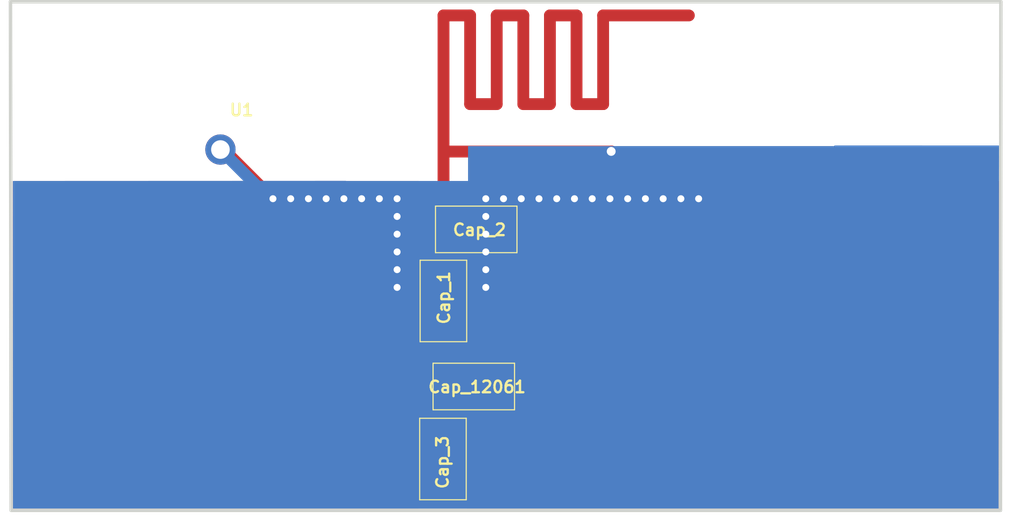
<source format=kicad_pcb>
(kicad_pcb (version 20171130) (host pcbnew 5.1.2-f72e74a~84~ubuntu18.04.1)

  (general
    (thickness 1.6)
    (drawings 9)
    (tracks 66)
    (zones 0)
    (modules 5)
    (nets 6)
  )

  (page A4)
  (layers
    (0 F.Cu signal)
    (31 B.Cu signal)
    (32 B.Adhes user)
    (33 F.Adhes user)
    (34 B.Paste user)
    (35 F.Paste user)
    (36 B.SilkS user)
    (37 F.SilkS user)
    (38 B.Mask user)
    (39 F.Mask user)
    (40 Dwgs.User user)
    (41 Cmts.User user)
    (42 Eco1.User user)
    (43 Eco2.User user)
    (44 Edge.Cuts user)
    (45 Margin user)
    (46 B.CrtYd user)
    (47 F.CrtYd user)
    (48 B.Fab user)
    (49 F.Fab user)
  )

  (setup
    (last_trace_width 0.508)
    (trace_clearance 0.2)
    (zone_clearance 0)
    (zone_45_only no)
    (trace_min 0.508)
    (via_size 0.4)
    (via_drill 0.3)
    (via_min_size 0.4)
    (via_min_drill 0.3)
    (uvia_size 0.2)
    (uvia_drill 0.1)
    (uvias_allowed no)
    (uvia_min_size 0.2)
    (uvia_min_drill 0.1)
    (edge_width 0)
    (segment_width 0.2)
    (pcb_text_width 0.3)
    (pcb_text_size 1.5 1.5)
    (mod_edge_width 0.12)
    (mod_text_size 1 1)
    (mod_text_width 0.15)
    (pad_size 0.8 1.75)
    (pad_drill 0)
    (pad_to_mask_clearance 0.051)
    (solder_mask_min_width 0.25)
    (aux_axis_origin 0 0)
    (grid_origin 59.52491 49.022)
    (visible_elements FFFFFF7F)
    (pcbplotparams
      (layerselection 0x010fc_ffffffff)
      (usegerberextensions false)
      (usegerberattributes false)
      (usegerberadvancedattributes false)
      (creategerberjobfile false)
      (excludeedgelayer true)
      (linewidth 0.100000)
      (plotframeref false)
      (viasonmask false)
      (mode 1)
      (useauxorigin false)
      (hpglpennumber 1)
      (hpglpenspeed 20)
      (hpglpendiameter 15.000000)
      (psnegative false)
      (psa4output false)
      (plotreference true)
      (plotvalue true)
      (plotinvisibletext false)
      (padsonsilk false)
      (subtractmaskfromsilk false)
      (outputformat 1)
      (mirror false)
      (drillshape 1)
      (scaleselection 1)
      (outputdirectory ""))
  )

  (net 0 "")
  (net 1 GND)
  (net 2 "Net-(Cap_1-Pad2)")
  (net 3 "Net-(Cap_1-Pad1)")
  (net 4 "Net-(Cap_3-Pad2)")
  (net 5 "Net-(Cap_3-Pad1)")

  (net_class Default "This is the default net class."
    (clearance 0.2)
    (trace_width 0.508)
    (via_dia 0.4)
    (via_drill 0.3)
    (uvia_dia 0.2)
    (uvia_drill 0.1)
    (diff_pair_width 0.6)
    (diff_pair_gap 0.25)
    (add_net GND)
    (add_net "Net-(Cap_1-Pad1)")
    (add_net "Net-(Cap_1-Pad2)")
    (add_net "Net-(Cap_3-Pad1)")
    (add_net "Net-(Cap_3-Pad2)")
  )

  (module Capacitors_smd:1206_cap_smd (layer F.Cu) (tedit 5CC074DB) (tstamp 5D3199C2)
    (at 60.55491 60.967 270)
    (path /5D31B50D)
    (fp_text reference Cap_3 (at 0.14 0.02 90) (layer F.SilkS)
      (effects (font (size 0.5 0.5) (thickness 0.1)))
    )
    (fp_text value 1206_cap_smd (at 0.245 -2.14 90) (layer F.Fab)
      (effects (font (size 0.5 0.5) (thickness 0.1)))
    )
    (fp_line (start -1.75 1) (end -1.75 -1) (layer F.SilkS) (width 0.05))
    (fp_line (start 1.75 1) (end -1.75 1) (layer F.SilkS) (width 0.05))
    (fp_line (start 1.75 -1) (end 1.75 1) (layer F.SilkS) (width 0.05))
    (fp_line (start -1.75 -1) (end 1.75 -1) (layer F.SilkS) (width 0.05))
    (pad 2 smd rect (at 1.275 0 270) (size 0.8 1.75) (layers F.Cu F.Paste F.Mask)
      (net 4 "Net-(Cap_3-Pad2)"))
    (pad 1 smd rect (at -1.275 0 270) (size 0.8 1.75) (layers F.Cu F.Paste F.Mask)
      (net 5 "Net-(Cap_3-Pad1)"))
  )

  (module Capacitors_smd:1206_cap_smd (layer F.Cu) (tedit 5D30939E) (tstamp 5D3090F5)
    (at 61.87991 57.852)
    (path /5D309105)
    (fp_text reference Cap_12061 (at 0.14 0.02) (layer F.SilkS)
      (effects (font (size 0.5 0.5) (thickness 0.1)))
    )
    (fp_text value 1206_cap_smd (at 4.67 -0.28) (layer F.Fab)
      (effects (font (size 0.5 0.5) (thickness 0.1)))
    )
    (fp_line (start -1.75 1) (end -1.75 -1) (layer F.SilkS) (width 0.05))
    (fp_line (start 1.75 1) (end -1.75 1) (layer F.SilkS) (width 0.05))
    (fp_line (start 1.75 -1) (end 1.75 1) (layer F.SilkS) (width 0.05))
    (fp_line (start -1.75 -1) (end 1.75 -1) (layer F.SilkS) (width 0.05))
    (pad 2 smd rect (at 1.275 0) (size 0.8 1.75) (layers F.Cu F.Paste F.Mask)
      (net 1 GND) (zone_connect 2))
    (pad 1 smd rect (at -1.275 0) (size 0.8 1.75) (layers F.Cu F.Paste F.Mask)
      (net 1 GND))
  )

  (module Capacitors_smd:1206_cap_smd (layer F.Cu) (tedit 5D31925D) (tstamp 5D3192DC)
    (at 61.98491 51.102)
    (path /5D31954A)
    (zone_connect 2)
    (fp_text reference Cap_2 (at 0.14 0.02) (layer F.SilkS)
      (effects (font (size 0.5 0.5) (thickness 0.1)))
    )
    (fp_text value 1206_cap_smd (at 0.36 -2.58) (layer F.Fab)
      (effects (font (size 0.5 0.5) (thickness 0.1)))
    )
    (fp_line (start -1.75 1) (end -1.75 -1) (layer F.SilkS) (width 0.05))
    (fp_line (start 1.75 1) (end -1.75 1) (layer F.SilkS) (width 0.05))
    (fp_line (start 1.75 -1) (end 1.75 1) (layer F.SilkS) (width 0.05))
    (fp_line (start -1.75 -1) (end 1.75 -1) (layer F.SilkS) (width 0.05))
    (pad 2 smd rect (at 1.275 0) (size 0.8 1.75) (layers F.Cu F.Paste F.Mask)
      (net 1 GND) (zone_connect 2))
    (pad 1 smd rect (at -1.275 0) (size 0.8 1.75) (layers F.Cu F.Paste F.Mask)
      (net 1 GND) (zone_connect 2))
  )

  (module Capacitors_smd:1206_cap_smd (layer F.Cu) (tedit 5CC074DB) (tstamp 5D30913A)
    (at 60.57491 54.177 90)
    (path /5D309A4C)
    (fp_text reference Cap_1 (at 0.14 0.02 90) (layer F.SilkS)
      (effects (font (size 0.5 0.5) (thickness 0.1)))
    )
    (fp_text value 1206_cap_smd (at -0.16 3.74 180) (layer F.Fab)
      (effects (font (size 0.5 0.5) (thickness 0.1)))
    )
    (fp_line (start -1.75 1) (end -1.75 -1) (layer F.SilkS) (width 0.05))
    (fp_line (start 1.75 1) (end -1.75 1) (layer F.SilkS) (width 0.05))
    (fp_line (start 1.75 -1) (end 1.75 1) (layer F.SilkS) (width 0.05))
    (fp_line (start -1.75 -1) (end 1.75 -1) (layer F.SilkS) (width 0.05))
    (pad 2 smd rect (at 1.275 0 90) (size 0.8 1.75) (layers F.Cu F.Paste F.Mask)
      (net 2 "Net-(Cap_1-Pad2)"))
    (pad 1 smd rect (at -1.275 0 90) (size 0.8 1.75) (layers F.Cu F.Paste F.Mask)
      (net 3 "Net-(Cap_1-Pad1)"))
  )

  (module ICs:Ο (layer F.Cu) (tedit 5CDFF879) (tstamp 5D3082D1)
    (at 51.05491 47.622)
    (path /5D308502)
    (fp_text reference U1 (at 0.85 -1.648) (layer F.SilkS)
      (effects (font (size 0.5 0.5) (thickness 0.1)))
    )
    (fp_text value O (at -0.29 -1.648) (layer F.Fab)
      (effects (font (size 0.5 0.5) (thickness 0.1)))
    )
    (pad 1 thru_hole circle (at -0.06 0.05) (size 1.3 1.3) (drill 0.8) (layers *.Cu *.Mask)
      (net 1 GND))
  )

  (gr_line (start 42.00491 63.172) (end 41.97491 41.322) (layer Edge.Cuts) (width 0.15) (tstamp 5D319A9C))
  (gr_line (start 84.50491 63.172) (end 42.00491 63.172) (layer Edge.Cuts) (width 0.15))
  (gr_line (start 84.52491 41.322) (end 84.50491 63.172) (layer Edge.Cuts) (width 0.15))
  (gr_line (start 41.97491 41.322) (end 84.52491 41.322) (layer Edge.Cuts) (width 0.15))
  (gr_poly (pts (xy 61.31991 52.693) (xy 59.8303 50.044) (xy 59.82991 52.691)) (layer F.Cu) (width 0))
  (gr_poly (pts (xy 61.3303 50.044) (xy 59.8303 50.044) (xy 61.31991 52.693)) (layer F.Cu) (width 0))
  (gr_circle (center 60.589 49.028) (end 60.589 49.038) (layer F.Fab) (width 0.01))
  (gr_text "60.579, 49.022" (at 59.981 48.968) (layer F.Fab)
    (effects (font (size 0.05 0.05) (thickness 0.01)))
  )
  (gr_poly (pts (xy 60.321 49.028) (xy 59.8317 50.044) (xy 61.3303 50.044) (xy 60.841 49.028)) (layer F.Cu) (width 0))

  (segment (start 60.613 47.758) (end 67.8012 47.758) (width 0.508) (layer F.Cu) (net 1))
  (segment (start 67.8012 47.758) (end 67.8012 47.758) (width 0.508) (layer F.Cu) (net 1) (tstamp 5D307AA9))
  (via (at 62.3951 49.784) (size 0.4) (drill 0.3) (layers F.Cu B.Cu) (net 1))
  (via (at 63.9191 49.784) (size 0.4) (drill 0.3) (layers F.Cu B.Cu) (net 1))
  (via (at 63.1571 49.784) (size 0.4) (drill 0.3) (layers F.Cu B.Cu) (net 1))
  (via (at 64.6811 49.784) (size 0.4) (drill 0.3) (layers F.Cu B.Cu) (net 1))
  (via (at 65.4431 49.784) (size 0.4) (drill 0.3) (layers F.Cu B.Cu) (net 1))
  (via (at 66.2051 49.784) (size 0.4) (drill 0.3) (layers F.Cu B.Cu) (net 1))
  (via (at 66.9671 49.784) (size 0.4) (drill 0.3) (layers F.Cu B.Cu) (net 1))
  (via (at 67.7291 49.784) (size 0.4) (drill 0.3) (layers F.Cu B.Cu) (net 1))
  (via (at 68.4911 49.784) (size 0.4) (drill 0.3) (layers F.Cu B.Cu) (net 1))
  (via (at 69.2531 49.784) (size 0.4) (drill 0.3) (layers F.Cu B.Cu) (net 1))
  (via (at 70.0151 49.784) (size 0.4) (drill 0.3) (layers F.Cu B.Cu) (net 1))
  (via (at 70.7771 49.784) (size 0.4) (drill 0.3) (layers F.Cu B.Cu) (net 1))
  (via (at 71.5391 49.784) (size 0.4) (drill 0.3) (layers F.Cu B.Cu) (net 1))
  (via (at 62.3951 50.546) (size 0.4) (drill 0.3) (layers F.Cu B.Cu) (net 1))
  (via (at 62.3951 51.308) (size 0.4) (drill 0.3) (layers F.Cu B.Cu) (net 1))
  (via (at 62.3951 52.07) (size 0.4) (drill 0.3) (layers F.Cu B.Cu) (net 1))
  (via (at 62.3951 52.832) (size 0.4) (drill 0.3) (layers F.Cu B.Cu) (net 1))
  (via (at 62.3951 53.594) (size 0.4) (drill 0.3) (layers F.Cu B.Cu) (net 1))
  (via (at 58.5851 49.784) (size 0.4) (drill 0.3) (layers F.Cu B.Cu) (net 1))
  (via (at 58.5851 50.546) (size 0.4) (drill 0.3) (layers F.Cu B.Cu) (net 1))
  (via (at 58.5851 51.308) (size 0.4) (drill 0.3) (layers F.Cu B.Cu) (net 1))
  (via (at 58.5851 52.07) (size 0.4) (drill 0.3) (layers F.Cu B.Cu) (net 1))
  (via (at 58.5851 52.832) (size 0.4) (drill 0.3) (layers F.Cu B.Cu) (net 1))
  (via (at 58.5851 53.594) (size 0.4) (drill 0.3) (layers F.Cu B.Cu) (net 1))
  (via (at 57.8231 49.784) (size 0.4) (drill 0.3) (layers F.Cu B.Cu) (net 1))
  (via (at 57.0611 49.784) (size 0.4) (drill 0.3) (layers F.Cu B.Cu) (net 1))
  (via (at 56.2991 49.784) (size 0.4) (drill 0.3) (layers F.Cu B.Cu) (net 1))
  (via (at 55.5371 49.784) (size 0.4) (drill 0.3) (layers F.Cu B.Cu) (net 1))
  (via (at 54.7751 49.784) (size 0.4) (drill 0.3) (layers F.Cu B.Cu) (net 1))
  (via (at 54.0131 49.784) (size 0.4) (drill 0.3) (layers F.Cu B.Cu) (net 1))
  (via (at 53.2511 49.784) (size 0.4) (drill 0.3) (layers F.Cu B.Cu) (net 1))
  (via (at 67.7831 47.752) (size 0.4) (drill 0.381) (layers F.Cu B.Cu) (net 1))
  (segment (start 60.579 41.91) (end 60.579 49.1027) (width 0.508) (layer F.Cu) (net 1))
  (segment (start 61.722 45.72) (end 61.722 41.91) (width 0.508) (layer F.Cu) (net 1))
  (segment (start 62.865 45.72) (end 61.722 45.72) (width 0.508) (layer F.Cu) (net 1))
  (segment (start 62.865 41.91) (end 62.865 45.72) (width 0.508) (layer F.Cu) (net 1))
  (segment (start 64.008 41.91) (end 62.865 41.91) (width 0.508) (layer F.Cu) (net 1))
  (segment (start 64.008 45.72) (end 64.008 41.91) (width 0.508) (layer F.Cu) (net 1))
  (segment (start 67.437 41.91) (end 67.437 45.72) (width 0.508) (layer F.Cu) (net 1))
  (segment (start 60.579 49.1027) (end 60.6003 49.124) (width 0.508) (layer F.Cu) (net 1))
  (segment (start 65.151 41.91) (end 65.151 45.72) (width 0.508) (layer F.Cu) (net 1))
  (segment (start 71.12 41.91) (end 67.437 41.91) (width 0.508) (layer F.Cu) (net 1))
  (segment (start 66.294 45.72) (end 66.294 41.91) (width 0.508) (layer F.Cu) (net 1))
  (segment (start 61.722 41.91) (end 60.579 41.91) (width 0.508) (layer F.Cu) (net 1))
  (segment (start 67.437 45.72) (end 66.294 45.72) (width 0.508) (layer F.Cu) (net 1))
  (segment (start 65.151 45.72) (end 64.008 45.72) (width 0.508) (layer F.Cu) (net 1))
  (segment (start 66.294 41.91) (end 65.151 41.91) (width 0.508) (layer F.Cu) (net 1))
  (segment (start 53.2511 49.784) (end 54.0131 49.784) (width 0.508) (layer F.Cu) (net 1))
  (segment (start 54.7751 49.784) (end 54.0131 49.784) (width 0.508) (layer F.Cu) (net 1))
  (segment (start 54.7751 49.784) (end 58.5851 49.784) (width 0.508) (layer F.Cu) (net 1))
  (segment (start 58.5851 49.784) (end 58.5851 53.594) (width 0.508) (layer F.Cu) (net 1))
  (segment (start 71.5391 49.784) (end 62.3951 49.784) (width 0.508) (layer B.Cu) (net 1))
  (segment (start 62.3951 49.784) (end 62.3951 53.594) (width 0.508) (layer B.Cu) (net 1))
  (segment (start 53.2511 50.55581) (end 51.71491 52.092) (width 0.508) (layer F.Cu) (net 1))
  (segment (start 53.2511 49.784) (end 53.2511 50.55581) (width 0.508) (layer F.Cu) (net 1))
  (segment (start 50.99491 47.672) (end 51.1391 47.672) (width 0.508) (layer F.Cu) (net 1))
  (segment (start 51.1391 47.672) (end 53.2511 49.784) (width 0.508) (layer F.Cu) (net 1))
  (segment (start 62.6451 53.082) (end 62.3951 52.832) (width 0.508) (layer F.Cu) (net 1))
  (segment (start 63.21991 53.082) (end 62.6451 53.082) (width 0.508) (layer F.Cu) (net 1))
  (segment (start 62.3951 52.832) (end 58.5851 52.832) (width 0.508) (layer B.Cu) (net 1))
  (segment (start 56.15491 52.832) (end 50.99491 47.672) (width 0.508) (layer B.Cu) (net 1))
  (segment (start 58.5851 52.832) (end 56.15491 52.832) (width 0.508) (layer B.Cu) (net 1))
  (segment (start 62.6011 51.102) (end 62.3951 51.308) (width 0.508) (layer F.Cu) (net 1))
  (segment (start 63.25991 51.102) (end 62.6011 51.102) (width 0.508) (layer F.Cu) (net 1))

  (zone (net 0) (net_name "") (layers F&B.Cu) (tstamp 0) (hatch full 0.508)
    (connect_pads (clearance 0.508))
    (min_thickness 0)
    (keepout (tracks not_allowed) (vias not_allowed) (copperpour not_allowed))
    (fill (arc_segments 32) (thermal_gap 0.508) (thermal_bridge_width 0.508))
    (polygon
      (pts
        (xy 77.3684 47.5234) (xy 61.6331 47.5234) (xy 61.6331 49.022) (xy 56.388 49.022) (xy 56.43471 41.472)
        (xy 77.41511 41.472)
      )
    )
  )
  (zone (net 1) (net_name GND) (layer B.Cu) (tstamp 5D308445) (hatch edge 0.508)
    (priority 2)
    (connect_pads no (clearance 0))
    (min_thickness 0.0254)
    (fill yes (arc_segments 32) (thermal_gap 0) (thermal_bridge_width 0.0255) (smoothing chamfer))
    (polygon
      (pts
        (xy 85.52491 47.498) (xy 85.52491 49.014) (xy 85.52491 63.515) (xy 41.52491 63.485) (xy 41.52491 49.022)
        (xy 61.6303 49.014) (xy 61.6303 47.494)
      )
    )
    (filled_polygon
      (pts
        (xy 84.430181 47.510517) (xy 84.417283 63.0843) (xy 42.09261 63.0843) (xy 42.09261 49.034474) (xy 56.377298 49.02879)
        (xy 56.37744 49.029056) (xy 56.37902 49.03098) (xy 56.380944 49.03256) (xy 56.38314 49.033733) (xy 56.385522 49.034456)
        (xy 56.388 49.0347) (xy 61.6331 49.0347) (xy 61.635578 49.034456) (xy 61.63796 49.033733) (xy 61.640156 49.03256)
        (xy 61.64208 49.03098) (xy 61.64366 49.029056) (xy 61.644833 49.02686) (xy 61.645556 49.024478) (xy 61.6458 49.022)
        (xy 61.6458 47.5361) (xy 77.3684 47.5361) (xy 77.370878 47.535856) (xy 77.37326 47.535133) (xy 77.375456 47.53396)
        (xy 77.37738 47.53238) (xy 77.37896 47.530456) (xy 77.380133 47.52826) (xy 77.380856 47.525878) (xy 77.3811 47.5234)
        (xy 77.3811 47.509337)
      )
    )
  )
  (zone (net 1) (net_name GND) (layer F.Cu) (tstamp 5D308442) (hatch edge 0.508)
    (connect_pads no (clearance 0))
    (min_thickness 0.0254)
    (fill yes (arc_segments 32) (thermal_gap 0) (thermal_bridge_width 0.0255) (smoothing chamfer))
    (polygon
      (pts
        (xy 61.6331 49.022) (xy 85.52491 49.022) (xy 85.52491 64.022) (xy 61.57291 64.022)
      )
    )
    (filled_polygon
      (pts
        (xy 84.417283 63.0843) (xy 61.589373 63.0843) (xy 61.590588 62.781494) (xy 61.607619 62.760741) (xy 61.62737 62.723791)
        (xy 61.639532 62.683696) (xy 61.643639 62.642) (xy 61.643639 61.842) (xy 61.639532 61.800304) (xy 61.62737 61.760209)
        (xy 61.607619 61.723259) (xy 61.594896 61.707756) (xy 61.60087 60.218964) (xy 61.607619 60.210741) (xy 61.62737 60.173791)
        (xy 61.639532 60.133696) (xy 61.643639 60.092) (xy 61.643639 59.292) (xy 61.639532 59.250304) (xy 61.62737 59.210209)
        (xy 61.607619 59.173259) (xy 61.605079 59.170164) (xy 61.617869 55.982621) (xy 61.627619 55.970741) (xy 61.64737 55.933791)
        (xy 61.659532 55.893696) (xy 61.663639 55.852) (xy 61.663639 55.052) (xy 61.659532 55.010304) (xy 61.64737 54.970209)
        (xy 61.627619 54.933259) (xy 61.622107 54.926543) (xy 61.628153 53.419741) (xy 61.64737 53.383791) (xy 61.659532 53.343696)
        (xy 61.663639 53.302) (xy 61.663639 52.502) (xy 61.659532 52.460304) (xy 61.64737 52.420209) (xy 61.632277 52.391974)
        (xy 61.645749 49.0347) (xy 84.428918 49.0347)
      )
    )
  )
  (zone (net 1) (net_name GND) (layer F.Cu) (tstamp 5D30843F) (hatch edge 0.508)
    (priority 4)
    (connect_pads no (clearance 0))
    (min_thickness 0.0254)
    (fill yes (arc_segments 32) (thermal_gap 0) (thermal_bridge_width 0.0255))
    (polygon
      (pts
        (xy 59.52491 49.022) (xy 59.52491 64.022) (xy 41.52491 64.022) (xy 41.52491 49.022)
      )
    )
    (filled_polygon
      (pts
        (xy 59.51221 52.40195) (xy 59.50245 52.420209) (xy 59.490288 52.460304) (xy 59.486181 52.502) (xy 59.486181 53.302)
        (xy 59.490288 53.343696) (xy 59.50245 53.383791) (xy 59.51221 53.40205) (xy 59.51221 54.95195) (xy 59.50245 54.970209)
        (xy 59.490288 55.010304) (xy 59.486181 55.052) (xy 59.486181 55.852) (xy 59.490288 55.893696) (xy 59.50245 55.933791)
        (xy 59.51221 55.95205) (xy 59.51221 59.161063) (xy 59.502201 59.173259) (xy 59.48245 59.210209) (xy 59.470288 59.250304)
        (xy 59.466181 59.292) (xy 59.466181 60.092) (xy 59.470288 60.133696) (xy 59.48245 60.173791) (xy 59.502201 60.210741)
        (xy 59.51221 60.222937) (xy 59.51221 61.711063) (xy 59.502201 61.723259) (xy 59.48245 61.760209) (xy 59.470288 61.800304)
        (xy 59.466181 61.842) (xy 59.466181 62.642) (xy 59.470288 62.683696) (xy 59.48245 62.723791) (xy 59.502201 62.760741)
        (xy 59.51221 62.772937) (xy 59.51221 63.0843) (xy 42.09261 63.0843) (xy 42.09261 49.0347) (xy 59.51221 49.0347)
      )
    )
  )
  (zone (net 0) (net_name "") (layer F.Paste) (tstamp 0) (hatch edge 0.508)
    (connect_pads (clearance 0))
    (min_thickness 0)
    (fill yes (arc_segments 32) (thermal_gap 0.508) (thermal_bridge_width 0.508))
    (polygon
      (pts
        (xy 59.35491 55.642) (xy 61.71491 55.642) (xy 61.71491 57.292) (xy 59.35491 57.292)
      )
    )
    (filled_polygon
      (pts
        (xy 61.71491 57.292) (xy 59.35491 57.292) (xy 59.35491 55.642) (xy 61.71491 55.642)
      )
    )
  )
  (zone (net 0) (net_name "") (layer F.Paste) (tstamp 5D335AE3) (hatch edge 0.508)
    (connect_pads (clearance 0))
    (min_thickness 0)
    (fill yes (arc_segments 32) (thermal_gap 0.508) (thermal_bridge_width 0.508))
    (polygon
      (pts
        (xy 59.42491 58.302) (xy 61.78491 58.302) (xy 61.78491 59.952) (xy 59.42491 59.952)
      )
    )
    (filled_polygon
      (pts
        (xy 61.78491 59.952) (xy 59.42491 59.952) (xy 59.42491 58.302) (xy 61.78491 58.302)
      )
    )
  )
)

</source>
